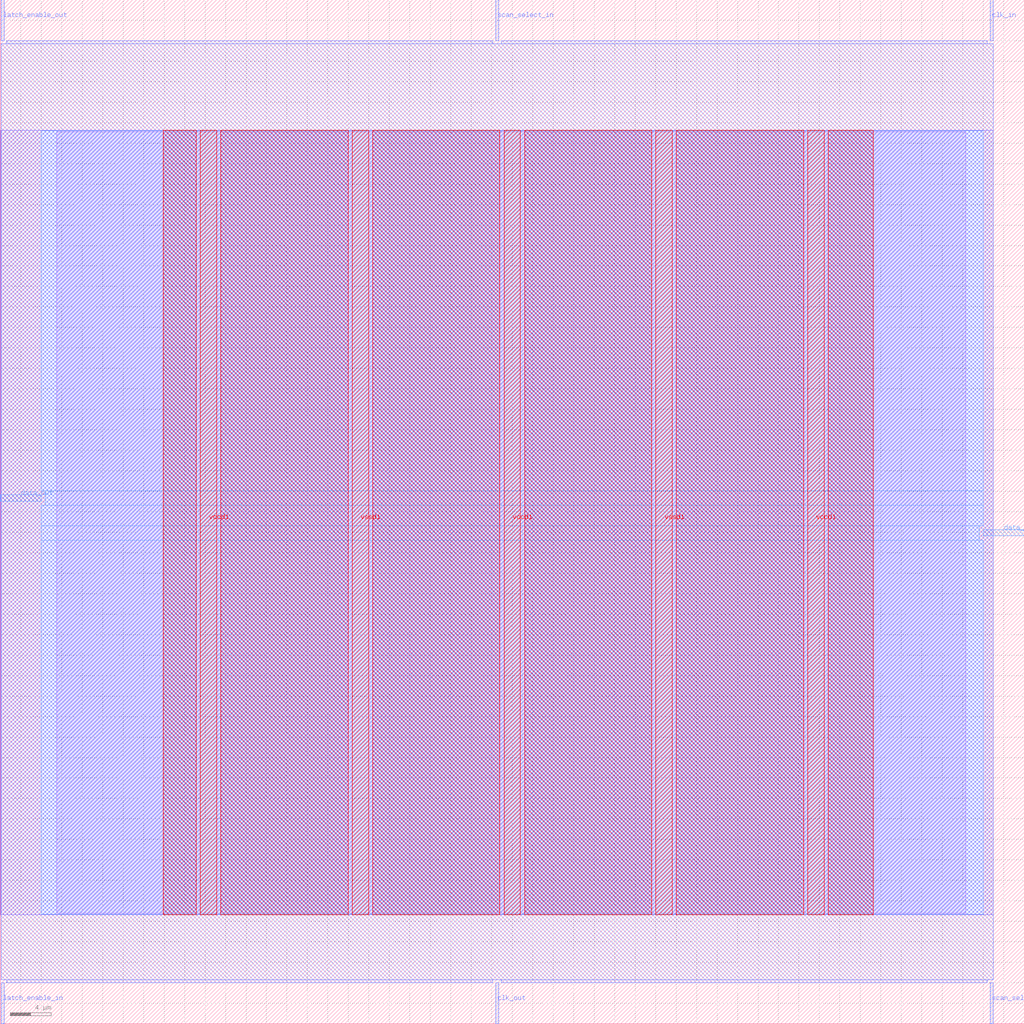
<source format=lef>
VERSION 5.7 ;
  NOWIREEXTENSIONATPIN ON ;
  DIVIDERCHAR "/" ;
  BUSBITCHARS "[]" ;
MACRO scan_wrapper_341063825089364563
  CLASS BLOCK ;
  FOREIGN scan_wrapper_341063825089364563 ;
  ORIGIN 0.000 0.000 ;
  SIZE 100.000 BY 100.000 ;
  PIN clk_in
    DIRECTION INPUT ;
    USE SIGNAL ;
    PORT
      LAYER met2 ;
        RECT 96.690 96.000 96.970 100.000 ;
    END
  END clk_in
  PIN clk_out
    DIRECTION OUTPUT TRISTATE ;
    USE SIGNAL ;
    PORT
      LAYER met2 ;
        RECT 48.390 0.000 48.670 4.000 ;
    END
  END clk_out
  PIN data_in
    DIRECTION INPUT ;
    USE SIGNAL ;
    PORT
      LAYER met3 ;
        RECT 96.000 47.640 100.000 48.240 ;
    END
  END data_in
  PIN data_out
    DIRECTION OUTPUT TRISTATE ;
    USE SIGNAL ;
    PORT
      LAYER met3 ;
        RECT 0.000 51.040 4.000 51.640 ;
    END
  END data_out
  PIN latch_enable_in
    DIRECTION INPUT ;
    USE SIGNAL ;
    PORT
      LAYER met2 ;
        RECT 0.090 0.000 0.370 4.000 ;
    END
  END latch_enable_in
  PIN latch_enable_out
    DIRECTION OUTPUT TRISTATE ;
    USE SIGNAL ;
    PORT
      LAYER met2 ;
        RECT 0.090 96.000 0.370 100.000 ;
    END
  END latch_enable_out
  PIN scan_select_in
    DIRECTION INPUT ;
    USE SIGNAL ;
    PORT
      LAYER met2 ;
        RECT 48.390 96.000 48.670 100.000 ;
    END
  END scan_select_in
  PIN scan_select_out
    DIRECTION OUTPUT TRISTATE ;
    USE SIGNAL ;
    PORT
      LAYER met2 ;
        RECT 96.690 0.000 96.970 4.000 ;
    END
  END scan_select_out
  PIN vccd1
    DIRECTION INPUT ;
    USE POWER ;
    PORT
      LAYER met4 ;
        RECT 19.550 10.640 21.150 87.280 ;
    END
    PORT
      LAYER met4 ;
        RECT 49.200 10.640 50.800 87.280 ;
    END
    PORT
      LAYER met4 ;
        RECT 78.855 10.640 80.455 87.280 ;
    END
  END vccd1
  PIN vssd1
    DIRECTION INPUT ;
    USE GROUND ;
    PORT
      LAYER met4 ;
        RECT 34.370 10.640 35.970 87.280 ;
    END
    PORT
      LAYER met4 ;
        RECT 64.025 10.640 65.625 87.280 ;
    END
  END vssd1
  OBS
      LAYER li1 ;
        RECT 5.520 10.795 94.300 87.125 ;
      LAYER met1 ;
        RECT 0.070 10.640 96.990 87.280 ;
      LAYER met2 ;
        RECT 0.650 95.720 48.110 96.000 ;
        RECT 48.950 95.720 96.410 96.000 ;
        RECT 0.100 4.280 96.960 95.720 ;
        RECT 0.650 4.000 48.110 4.280 ;
        RECT 48.950 4.000 96.410 4.280 ;
      LAYER met3 ;
        RECT 4.000 52.040 96.000 87.205 ;
        RECT 4.400 50.640 96.000 52.040 ;
        RECT 4.000 48.640 96.000 50.640 ;
        RECT 4.000 47.240 95.600 48.640 ;
        RECT 4.000 10.715 96.000 47.240 ;
      LAYER met4 ;
        RECT 15.935 10.640 19.150 87.280 ;
        RECT 21.550 10.640 33.970 87.280 ;
        RECT 36.370 10.640 48.800 87.280 ;
        RECT 51.200 10.640 63.625 87.280 ;
        RECT 66.025 10.640 78.455 87.280 ;
        RECT 80.855 10.640 85.265 87.280 ;
  END
END scan_wrapper_341063825089364563
END LIBRARY


</source>
